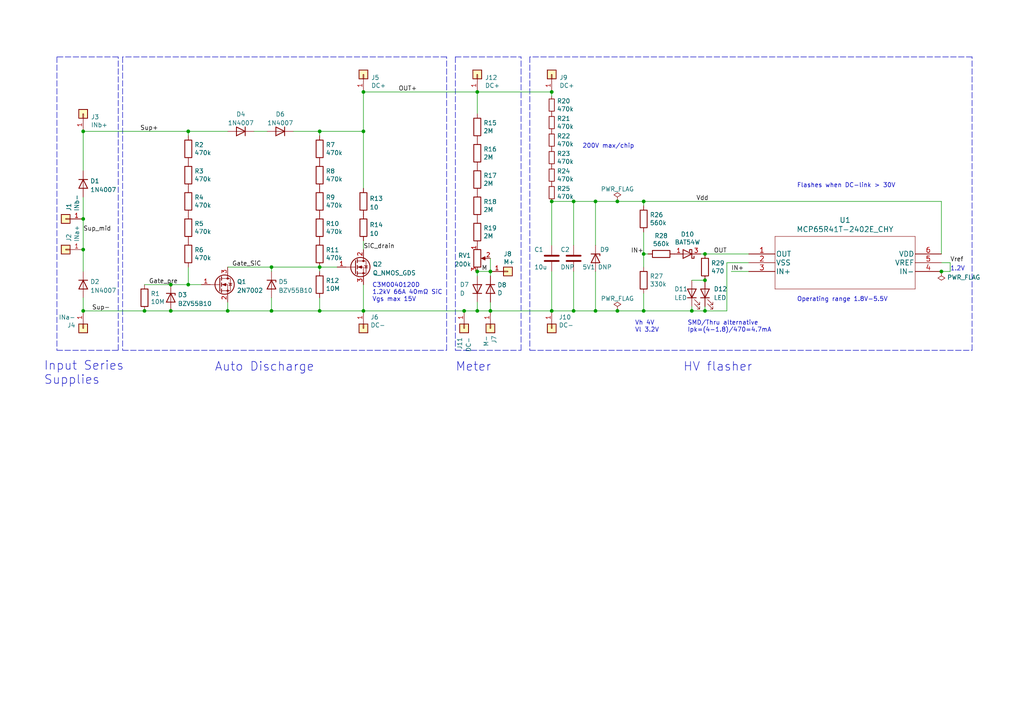
<source format=kicad_sch>
(kicad_sch (version 20211123) (generator eeschema)
  (paper "A4")
  (lib_symbols
    (symbol "Connector_Generic:Conn_01x01" (pin_names (offset 1.016) hide)
      (property "Reference" "J" (at 0 2.54 0))
      (property "Value" "Conn_01x01" (at 0 -2.54 0))
      (symbol "Conn_01x01_1_1"
        (rectangle (start -1.27 0.127) (end 0 -0.127) (stroke (width 0.1524)))
        (rectangle (start -1.27 1.27) (end 1.27 -1.27) (stroke (width 0.254)) (fill (type background)))
        (pin passive line (at -5.08 0 0) (length 3.81) (name "Pin_1") (number "1"))
      )
    )
    (symbol "Device:C" (pin_numbers hide) (pin_names (offset 0.254))
      (property "Reference" "C" (at 0.635 2.54 0))
      (property "Value" "C" (at 0.635 -2.54 0))
      (symbol "C_0_1"
        (polyline (pts (xy -2.032 -0.762) (xy 2.032 -0.762)) (stroke (width 0.508)))
        (polyline (pts (xy -2.032 0.762) (xy 2.032 0.762)) (stroke (width 0.508)))
      )
      (symbol "C_1_1"
        (pin passive line (at 0 3.81 270) (length 2.794) (name "~") (number "1"))
        (pin passive line (at 0 -3.81 90) (length 2.794) (name "~") (number "2"))
      )
    )
    (symbol "Device:D" (pin_numbers hide) (pin_names (offset 1.016) hide)
      (property "Reference" "D" (at 0 2.54 0))
      (property "Value" "D" (at 0 -2.54 0))
      (symbol "D_0_1"
        (polyline (pts (xy -1.27 1.27) (xy -1.27 -1.27)) (stroke (width 0.254)))
        (polyline (pts (xy 1.27 0) (xy -1.27 0)))
        (polyline (pts (xy 1.27 1.27) (xy 1.27 -1.27) (xy -1.27 0) (xy 1.27 1.27)) (stroke (width 0.254)))
      )
      (symbol "D_1_1"
        (pin passive line (at -3.81 0 0) (length 2.54) (name "K") (number "1"))
        (pin passive line (at 3.81 0 180) (length 2.54) (name "A") (number "2"))
      )
    )
    (symbol "Device:D_Zener" (pin_numbers hide) (pin_names (offset 1.016) hide)
      (property "Reference" "D" (at 0 2.54 0))
      (property "Value" "D_Zener" (at 0 -2.54 0))
      (symbol "D_Zener_0_1"
        (polyline (pts (xy 1.27 0) (xy -1.27 0)))
        (polyline (pts (xy -1.27 -1.27) (xy -1.27 1.27) (xy -0.762 1.27)) (stroke (width 0.254)))
        (polyline (pts (xy 1.27 -1.27) (xy 1.27 1.27) (xy -1.27 0) (xy 1.27 -1.27)) (stroke (width 0.254)))
      )
      (symbol "D_Zener_1_1"
        (pin passive line (at -3.81 0 0) (length 2.54) (name "K") (number "1"))
        (pin passive line (at 3.81 0 180) (length 2.54) (name "A") (number "2"))
      )
    )
    (symbol "Device:LED" (pin_numbers hide) (pin_names (offset 1.016) hide)
      (property "Reference" "D" (at 0 2.54 0))
      (property "Value" "LED" (at 0 -2.54 0))
      (symbol "LED_0_1"
        (polyline (pts (xy -1.27 -1.27) (xy -1.27 1.27)) (stroke (width 0.254)))
        (polyline (pts (xy -1.27 0) (xy 1.27 0)))
        (polyline (pts (xy 1.27 -1.27) (xy 1.27 1.27) (xy -1.27 0) (xy 1.27 -1.27)) (stroke (width 0.254)))
        (polyline (pts (xy -3.048 -0.762) (xy -4.572 -2.286) (xy -3.81 -2.286) (xy -4.572 -2.286) (xy -4.572 -1.524)))
        (polyline (pts (xy -1.778 -0.762) (xy -3.302 -2.286) (xy -2.54 -2.286) (xy -3.302 -2.286) (xy -3.302 -1.524)))
      )
      (symbol "LED_1_1"
        (pin passive line (at -3.81 0 0) (length 2.54) (name "K") (number "1"))
        (pin passive line (at 3.81 0 180) (length 2.54) (name "A") (number "2"))
      )
    )
    (symbol "Device:Q_NMOS_GDS" (pin_names (offset 0) hide)
      (property "Reference" "Q" (at 5.08 1.27 0))
      (property "Value" "Q_NMOS_GDS" (at 5.08 -1.27 0))
      (symbol "Q_NMOS_GDS_0_1"
        (polyline (pts (xy 0.254 0) (xy -2.54 0)))
        (polyline (pts (xy 0.254 1.905) (xy 0.254 -1.905)) (stroke (width 0.254)))
        (polyline (pts (xy 0.762 -1.27) (xy 0.762 -2.286)) (stroke (width 0.254)))
        (polyline (pts (xy 0.762 0.508) (xy 0.762 -0.508)) (stroke (width 0.254)))
        (polyline (pts (xy 0.762 2.286) (xy 0.762 1.27)) (stroke (width 0.254)))
        (polyline (pts (xy 2.54 2.54) (xy 2.54 1.778)))
        (polyline (pts (xy 2.54 -2.54) (xy 2.54 0) (xy 0.762 0)))
        (polyline (pts (xy 0.762 -1.778) (xy 3.302 -1.778) (xy 3.302 1.778) (xy 0.762 1.778)))
        (polyline (pts (xy 1.016 0) (xy 2.032 0.381) (xy 2.032 -0.381) (xy 1.016 0)) (fill (type outline)))
        (polyline (pts (xy 2.794 0.508) (xy 2.921 0.381) (xy 3.683 0.381) (xy 3.81 0.254)))
        (polyline (pts (xy 3.302 0.381) (xy 2.921 -0.254) (xy 3.683 -0.254) (xy 3.302 0.381)))
        (circle (center 1.651 0) (radius 2.794) (stroke (width 0.254)))
        (circle (center 2.54 -1.778) (radius 0.254) (fill (type outline)))
        (circle (center 2.54 1.778) (radius 0.254) (fill (type outline)))
      )
      (symbol "Q_NMOS_GDS_1_1"
        (pin input line (at -5.08 0 0) (length 2.54) (name "G") (number "1"))
        (pin passive line (at 2.54 5.08 270) (length 2.54) (name "D") (number "2"))
        (pin passive line (at 2.54 -5.08 90) (length 2.54) (name "S") (number "3"))
      )
    )
    (symbol "Device:R" (pin_numbers hide) (pin_names (offset 0))
      (property "Reference" "R" (at 2.032 0 90))
      (property "Value" "R" (at 0 0 90))
      (symbol "R_0_1"
        (rectangle (start -1.016 -2.54) (end 1.016 2.54) (stroke (width 0.254)))
      )
      (symbol "R_1_1"
        (pin passive line (at 0 3.81 270) (length 1.27) (name "~") (number "1"))
        (pin passive line (at 0 -3.81 90) (length 1.27) (name "~") (number "2"))
      )
    )
    (symbol "Device:R_Potentiometer" (pin_names (offset 1.016) hide)
      (property "Reference" "RV" (at -4.445 0 90))
      (property "Value" "R_Potentiometer" (at -2.54 0 90))
      (symbol "R_Potentiometer_0_1"
        (polyline (pts (xy 2.54 0) (xy 1.524 0)))
        (polyline (pts (xy 1.143 0) (xy 2.286 0.508) (xy 2.286 -0.508) (xy 1.143 0)) (fill (type outline)))
        (rectangle (start 1.016 2.54) (end -1.016 -2.54) (stroke (width 0.254)))
      )
      (symbol "R_Potentiometer_1_1"
        (pin passive line (at 0 3.81 270) (length 1.27) (name "1") (number "1"))
        (pin passive line (at 3.81 0 180) (length 1.27) (name "2") (number "2"))
        (pin passive line (at 0 -3.81 90) (length 1.27) (name "3") (number "3"))
      )
    )
    (symbol "Device:R_Small" (pin_numbers hide) (pin_names (offset 0.254) hide)
      (property "Reference" "R" (at 0.762 0.508 0))
      (property "Value" "R_Small" (at 0.762 -1.016 0))
      (symbol "R_Small_0_1"
        (rectangle (start -0.762 1.778) (end 0.762 -1.778) (stroke (width 0.2032)))
      )
      (symbol "R_Small_1_1"
        (pin passive line (at 0 2.54 270) (length 0.762) (name "~") (number "1"))
        (pin passive line (at 0 -2.54 90) (length 0.762) (name "~") (number "2"))
      )
    )
    (symbol "Diode:1N4007" (pin_numbers hide) (pin_names (offset 1.016) hide)
      (property "Reference" "D" (at 0 2.54 0))
      (property "Value" "1N4007" (at 0 -2.54 0))
      (symbol "1N4007_0_1"
        (polyline (pts (xy -1.27 1.27) (xy -1.27 -1.27)) (stroke (width 0.254)))
        (polyline (pts (xy 1.27 0) (xy -1.27 0)))
        (polyline (pts (xy 1.27 1.27) (xy 1.27 -1.27) (xy -1.27 0) (xy 1.27 1.27)) (stroke (width 0.254)))
      )
      (symbol "1N4007_1_1"
        (pin passive line (at -3.81 0 0) (length 2.54) (name "K") (number "1"))
        (pin passive line (at 3.81 0 180) (length 2.54) (name "A") (number "2"))
      )
    )
    (symbol "Diode:BAT54W" (pin_names (offset 1.016) hide)
      (property "Reference" "D" (at 0 2.54 0))
      (property "Value" "BAT54W" (at 0 -2.54 0))
      (symbol "BAT54W_0_1"
        (polyline (pts (xy 1.27 0) (xy -1.27 0)))
        (polyline (pts (xy 1.27 1.27) (xy 1.27 -1.27) (xy -1.27 0) (xy 1.27 1.27)) (stroke (width 0.254)))
        (polyline (pts (xy -1.905 0.635) (xy -1.905 1.27) (xy -1.27 1.27) (xy -1.27 -1.27) (xy -0.635 -1.27) (xy -0.635 -0.635)) (stroke (width 0.254)))
      )
      (symbol "BAT54W_1_1"
        (pin passive line (at 3.81 0 180) (length 2.54) (name "A") (number "1"))
        (pin no_connect line (at 0 0 90) (length 2.54) hide (name "NC") (number "2"))
        (pin passive line (at -3.81 0 0) (length 2.54) (name "K") (number "3"))
      )
    )
    (symbol "Diode:BZV55B10" (pin_numbers hide) (pin_names (offset 1.016) hide)
      (property "Reference" "D" (at 0 2.54 0))
      (property "Value" "BZV55B10" (at 0 -2.54 0))
      (symbol "BZV55B10_0_1"
        (polyline (pts (xy 1.27 0) (xy -1.27 0)))
        (polyline (pts (xy -1.27 -1.27) (xy -1.27 1.27) (xy -0.762 1.27)) (stroke (width 0.254)))
        (polyline (pts (xy 1.27 -1.27) (xy 1.27 1.27) (xy -1.27 0) (xy 1.27 -1.27)) (stroke (width 0.254)))
      )
      (symbol "BZV55B10_1_1"
        (pin passive line (at -3.81 0 0) (length 2.54) (name "K") (number "1"))
        (pin passive line (at 3.81 0 180) (length 2.54) (name "A") (number "2"))
      )
    )
    (symbol "MCP65R41T-2402E:MCP65R41T-2402E_CHY" (pin_names (offset 0.254))
      (property "Reference" "U" (at 27.94 10.16 0))
      (property "Value" "MCP65R41T-2402E_CHY" (at 27.94 7.62 0))
      (symbol "MCP65R41T-2402E_CHY_1_1"
        (polyline (pts (xy 7.62 -10.16) (xy 48.26 -10.16)) (stroke (width 0.127)))
        (polyline (pts (xy 7.62 5.08) (xy 7.62 -10.16)) (stroke (width 0.127)))
        (polyline (pts (xy 48.26 -10.16) (xy 48.26 5.08)) (stroke (width 0.127)))
        (polyline (pts (xy 48.26 5.08) (xy 7.62 5.08)) (stroke (width 0.127)))
        (pin output line (at 0 0 0) (length 7.62) (name "OUT") (number "1"))
        (pin power_in line (at 0 -2.54 0) (length 7.62) (name "VSS") (number "2"))
        (pin input line (at 0 -5.08 0) (length 7.62) (name "IN+") (number "3"))
        (pin input line (at 55.88 -5.08 180) (length 7.62) (name "IN-") (number "4"))
        (pin power_in line (at 55.88 -2.54 180) (length 7.62) (name "VREF") (number "5"))
        (pin power_in line (at 55.88 0 180) (length 7.62) (name "VDD") (number "6"))
      )
    )
    (symbol "Transistor_FET:2N7002" (pin_names hide)
      (property "Reference" "Q" (at 5.08 1.905 0))
      (property "Value" "2N7002" (at 5.08 0 0))
      (symbol "2N7002_0_1"
        (polyline (pts (xy 0.254 0) (xy -2.54 0)))
        (polyline (pts (xy 0.254 1.905) (xy 0.254 -1.905)) (stroke (width 0.254)))
        (polyline (pts (xy 0.762 -1.27) (xy 0.762 -2.286)) (stroke (width 0.254)))
        (polyline (pts (xy 0.762 0.508) (xy 0.762 -0.508)) (stroke (width 0.254)))
        (polyline (pts (xy 0.762 2.286) (xy 0.762 1.27)) (stroke (width 0.254)))
        (polyline (pts (xy 2.54 2.54) (xy 2.54 1.778)))
        (polyline (pts (xy 2.54 -2.54) (xy 2.54 0) (xy 0.762 0)))
        (polyline (pts (xy 0.762 -1.778) (xy 3.302 -1.778) (xy 3.302 1.778) (xy 0.762 1.778)))
        (polyline (pts (xy 1.016 0) (xy 2.032 0.381) (xy 2.032 -0.381) (xy 1.016 0)) (fill (type outline)))
        (polyline (pts (xy 2.794 0.508) (xy 2.921 0.381) (xy 3.683 0.381) (xy 3.81 0.254)))
        (polyline (pts (xy 3.302 0.381) (xy 2.921 -0.254) (xy 3.683 -0.254) (xy 3.302 0.381)))
        (circle (center 1.651 0) (radius 2.794) (stroke (width 0.254)))
        (circle (center 2.54 -1.778) (radius 0.254) (fill (type outline)))
        (circle (center 2.54 1.778) (radius 0.254) (fill (type outline)))
      )
      (symbol "2N7002_1_1"
        (pin input line (at -5.08 0 0) (length 2.54) (name "G") (number "1"))
        (pin passive line (at 2.54 -5.08 90) (length 2.54) (name "S") (number "2"))
        (pin passive line (at 2.54 5.08 270) (length 2.54) (name "D") (number "3"))
      )
    )
    (symbol "power:PWR_FLAG" (power) (pin_numbers hide) (pin_names (offset 0) hide)
      (property "Value" "PWR_FLAG" (at 0 3.81 0))
      (symbol "PWR_FLAG_0_0"
        (pin power_out line (at 0 0 90) (length 0) (name "pwr") (number "1"))
      )
      (symbol "PWR_FLAG_0_1"
        (polyline (pts (xy 0 0) (xy 0 1.27) (xy -1.016 1.905) (xy 0 2.54) (xy 1.016 1.905) (xy 0 1.27)))
      )
    )
  )
  (junction (at 24.13 90.17))
  (junction (at 105.41 26.67))
  (junction (at 54.61 82.55))
  (junction (at 186.69 90.17))
  (junction (at 179.07 90.17))
  (junction (at 186.69 73.66))
  (junction (at 204.47 90.17))
  (junction (at 24.13 38.1))
  (junction (at 92.71 38.1))
  (junction (at 160.02 58.42))
  (junction (at 105.41 90.17))
  (junction (at 49.53 82.55))
  (junction (at 204.47 81.28))
  (junction (at 92.71 77.47))
  (junction (at 186.69 58.42))
  (junction (at 66.04 90.17))
  (junction (at 172.72 90.17))
  (junction (at 204.47 73.66))
  (junction (at 78.74 77.47))
  (junction (at 138.43 26.67))
  (junction (at 142.24 78.74))
  (junction (at 138.43 90.17))
  (junction (at 166.37 90.17))
  (junction (at 105.41 38.1))
  (junction (at 78.74 90.17))
  (junction (at 200.66 90.17))
  (junction (at 49.53 90.17))
  (junction (at 179.07 58.42))
  (junction (at 138.43 78.74))
  (junction (at 41.91 90.17))
  (junction (at 92.71 90.17))
  (junction (at 24.13 63.5))
  (junction (at 142.24 90.17))
  (junction (at 134.62 90.17))
  (junction (at 166.37 58.42))
  (junction (at 172.72 58.42))
  (junction (at 160.02 90.17))
  (junction (at 273.05 78.74))
  (junction (at 160.02 26.67))
  (junction (at 54.61 38.1))
  (junction (at 24.13 72.39))
  (wire (pts (xy 186.69 59.69) (xy 186.69 58.42)))
  (wire (pts (xy 105.41 82.55) (xy 105.41 90.17)))
  (wire (pts (xy 92.71 77.47) (xy 97.79 77.47)))
  (polyline (pts (xy 151.13 101.6) (xy 151.13 16.51)))
  (wire (pts (xy 187.96 73.66) (xy 186.69 73.66)))
  (wire (pts (xy 73.66 38.1) (xy 77.47 38.1)))
  (wire (pts (xy 166.37 78.74) (xy 166.37 90.17)))
  (wire (pts (xy 92.71 38.1) (xy 92.71 39.37)))
  (wire (pts (xy 78.74 86.36) (xy 78.74 90.17)))
  (wire (pts (xy 210.82 90.17) (xy 204.47 90.17)))
  (wire (pts (xy 160.02 90.17) (xy 166.37 90.17)))
  (wire (pts (xy 273.05 76.2) (xy 275.59 76.2)))
  (polyline (pts (xy 34.29 16.51) (xy 16.51 16.51)))
  (polyline (pts (xy 153.67 101.6) (xy 281.94 101.6)))
  (wire (pts (xy 186.69 85.09) (xy 186.69 90.17)))
  (polyline (pts (xy 129.54 101.6) (xy 129.54 16.51)))
  (wire (pts (xy 24.13 63.5) (xy 24.13 72.39)))
  (wire (pts (xy 275.59 76.2) (xy 275.59 78.74)))
  (wire (pts (xy 78.74 77.47) (xy 78.74 78.74)))
  (wire (pts (xy 166.37 90.17) (xy 172.72 90.17)))
  (wire (pts (xy 142.24 78.74) (xy 138.43 78.74)))
  (wire (pts (xy 142.24 90.17) (xy 160.02 90.17)))
  (wire (pts (xy 105.41 90.17) (xy 134.62 90.17)))
  (wire (pts (xy 166.37 58.42) (xy 172.72 58.42)))
  (polyline (pts (xy 16.51 101.6) (xy 34.29 101.6)))
  (polyline (pts (xy 129.54 16.51) (xy 35.56 16.51)))
  (wire (pts (xy 186.69 90.17) (xy 200.66 90.17)))
  (wire (pts (xy 105.41 54.61) (xy 105.41 38.1)))
  (wire (pts (xy 92.71 77.47) (xy 92.71 78.74)))
  (wire (pts (xy 24.13 38.1) (xy 24.13 49.53)))
  (wire (pts (xy 24.13 72.39) (xy 24.13 78.74)))
  (wire (pts (xy 54.61 77.47) (xy 54.61 82.55)))
  (wire (pts (xy 92.71 90.17) (xy 78.74 90.17)))
  (wire (pts (xy 134.62 90.17) (xy 138.43 90.17)))
  (wire (pts (xy 172.72 90.17) (xy 179.07 90.17)))
  (wire (pts (xy 217.17 73.66) (xy 204.47 73.66)))
  (polyline (pts (xy 16.51 16.51) (xy 16.51 101.6)))
  (wire (pts (xy 54.61 38.1) (xy 66.04 38.1)))
  (polyline (pts (xy 132.08 16.51) (xy 132.08 101.6)))
  (polyline (pts (xy 281.94 16.51) (xy 153.67 16.51)))
  (wire (pts (xy 105.41 90.17) (xy 92.71 90.17)))
  (wire (pts (xy 210.82 76.2) (xy 210.82 90.17)))
  (wire (pts (xy 166.37 71.12) (xy 166.37 58.42)))
  (polyline (pts (xy 132.08 16.51) (xy 151.13 16.51)))
  (wire (pts (xy 41.91 82.55) (xy 49.53 82.55)))
  (wire (pts (xy 41.91 90.17) (xy 24.13 90.17)))
  (wire (pts (xy 172.72 58.42) (xy 179.07 58.42)))
  (wire (pts (xy 179.07 90.17) (xy 186.69 90.17)))
  (polyline (pts (xy 153.67 16.51) (xy 153.67 101.6)))
  (wire (pts (xy 142.24 74.93) (xy 142.24 78.74)))
  (wire (pts (xy 138.43 26.67) (xy 160.02 26.67)))
  (wire (pts (xy 138.43 90.17) (xy 142.24 90.17)))
  (wire (pts (xy 217.17 76.2) (xy 210.82 76.2)))
  (wire (pts (xy 138.43 26.67) (xy 138.43 33.02)))
  (wire (pts (xy 204.47 90.17) (xy 204.47 88.9)))
  (wire (pts (xy 78.74 90.17) (xy 66.04 90.17)))
  (wire (pts (xy 273.05 73.66) (xy 273.05 58.42)))
  (wire (pts (xy 92.71 38.1) (xy 85.09 38.1)))
  (wire (pts (xy 200.66 81.28) (xy 204.47 81.28)))
  (wire (pts (xy 138.43 80.01) (xy 138.43 78.74)))
  (wire (pts (xy 160.02 78.74) (xy 160.02 90.17)))
  (polyline (pts (xy 35.56 16.51) (xy 35.56 101.6)))
  (wire (pts (xy 203.2 73.66) (xy 204.47 73.66)))
  (wire (pts (xy 179.07 58.42) (xy 186.69 58.42)))
  (polyline (pts (xy 281.94 101.6) (xy 281.94 16.51)))
  (wire (pts (xy 172.72 71.12) (xy 172.72 58.42)))
  (wire (pts (xy 138.43 87.63) (xy 138.43 90.17)))
  (wire (pts (xy 186.69 58.42) (xy 273.05 58.42)))
  (wire (pts (xy 160.02 71.12) (xy 160.02 58.42)))
  (wire (pts (xy 54.61 39.37) (xy 54.61 38.1)))
  (wire (pts (xy 275.59 78.74) (xy 273.05 78.74)))
  (wire (pts (xy 24.13 57.15) (xy 24.13 63.5)))
  (wire (pts (xy 172.72 78.74) (xy 172.72 90.17)))
  (wire (pts (xy 200.66 90.17) (xy 204.47 90.17)))
  (wire (pts (xy 217.17 78.74) (xy 212.09 78.74)))
  (polyline (pts (xy 35.56 101.6) (xy 129.54 101.6)))
  (wire (pts (xy 105.41 26.67) (xy 105.41 38.1)))
  (wire (pts (xy 54.61 38.1) (xy 24.13 38.1)))
  (wire (pts (xy 66.04 77.47) (xy 78.74 77.47)))
  (wire (pts (xy 186.69 73.66) (xy 186.69 77.47)))
  (wire (pts (xy 54.61 82.55) (xy 58.42 82.55)))
  (wire (pts (xy 105.41 38.1) (xy 92.71 38.1)))
  (wire (pts (xy 92.71 86.36) (xy 92.71 90.17)))
  (wire (pts (xy 142.24 87.63) (xy 142.24 90.17)))
  (wire (pts (xy 160.02 26.67) (xy 160.02 27.94)))
  (wire (pts (xy 105.41 69.85) (xy 105.41 72.39)))
  (wire (pts (xy 24.13 86.36) (xy 24.13 90.17)))
  (wire (pts (xy 105.41 26.67) (xy 138.43 26.67)))
  (wire (pts (xy 160.02 58.42) (xy 166.37 58.42)))
  (wire (pts (xy 49.53 90.17) (xy 66.04 90.17)))
  (wire (pts (xy 200.66 88.9) (xy 200.66 90.17)))
  (polyline (pts (xy 34.29 101.6) (xy 34.29 16.51)))
  (wire (pts (xy 49.53 82.55) (xy 54.61 82.55)))
  (wire (pts (xy 78.74 77.47) (xy 92.71 77.47)))
  (polyline (pts (xy 132.08 101.6) (xy 151.13 101.6)))
  (wire (pts (xy 41.91 90.17) (xy 49.53 90.17)))
  (wire (pts (xy 66.04 90.17) (xy 66.04 87.63)))
  (wire (pts (xy 186.69 67.31) (xy 186.69 73.66)))
  (wire (pts (xy 142.24 80.01) (xy 142.24 78.74)))
  (text "Input Series\nSupplies" (at 12.7 111.76 0) (effects (font (size 2.54 2.54)) (justify left bottom)))
  (text "1.2V" (at 275.59 78.74 0) (effects (font (size 1.27 1.27)) (justify left bottom)))
  (text "Meter" (at 132.08 107.95 0) (effects (font (size 2.54 2.54)) (justify left bottom)))
  (text "Flashes when DC-link > 30V" (at 231.14 54.61 0) (effects (font (size 1.27 1.27)) (justify left bottom)))
  (text "SMD/Thru alternative\nIpk=(4-1.8)/470=4.7mA" (at 199.39 96.52 0) (effects (font (size 1.27 1.27)) (justify left bottom)))
  (text "C3M0040120D \n1.2kV 66A 40mΩ SiC\nVgs max 15V" (at 107.95 87.63 0) (effects (font (size 1.27 1.27)) (justify left bottom)))
  (text "HV flasher" (at 198.12 107.95 0) (effects (font (size 2.54 2.54)) (justify left bottom)))
  (text "Auto Discharge" (at 62.23 107.95 0) (effects (font (size 2.54 2.54)) (justify left bottom)))
  (text "Operating range 1.8V-5.5V" (at 231.14 87.63 0) (effects (font (size 1.27 1.27)) (justify left bottom)))
  (text "Vh 4V\nVl 3.2V" (at 184.15 96.52 0) (effects (font (size 1.27 1.27)) (justify left bottom)))
  (text "200V max/chip" (at 168.91 43.18 0) (effects (font (size 1.27 1.27)) (justify left bottom)))
  (label "Gate_pre" (at 43.18 82.55 0))
  (label "OUT" (at 207.01 73.66 0))
  (label "Gate_SiC" (at 67.31 77.47 0))
  (label "OUT+" (at 115.57 26.67 0))
  (label "Vref" (at 275.59 76.2 0))
  (label "M" (at 139.7 78.74 0))
  (label "IN+" (at 186.69 73.66 180))
  (label "Sup-" (at 26.67 90.17 0))
  (label "IN+" (at 212.09 78.74 0))
  (label "SiC_drain" (at 105.41 72.39 0))
  (label "Sup_mid" (at 24.13 67.31 0))
  (label "Vdd" (at 201.93 58.42 0))
  (label "Sup+" (at 40.64 38.1 0))
  (symbol (lib_id "Device:R") (at 138.43 67.31 0) (unit 1)
    (property "Reference" "R19" (at 140.208 66.1416 0) (effects (justify left)))
    (property "Value" "2M" (at 140.208 68.453 0) (effects (justify left)))
    (property "Footprint" "Resistor_SMD:R_0805_2012Metric_Pad1.20x1.40mm_HandSolder" (effects hide))
  )
  (symbol (lib_id "Device:R") (at 138.43 59.69 0) (unit 1)
    (property "Reference" "R18" (at 140.208 58.5216 0) (effects (justify left)))
    (property "Value" "2M" (at 140.208 60.833 0) (effects (justify left)))
    (property "Footprint" "Resistor_SMD:R_0805_2012Metric_Pad1.20x1.40mm_HandSolder" (effects hide))
  )
  (symbol (lib_id "Device:R") (at 138.43 52.07 0) (unit 1)
    (property "Reference" "R17" (at 140.208 50.9016 0) (effects (justify left)))
    (property "Value" "2M" (at 140.208 53.213 0) (effects (justify left)))
    (property "Footprint" "Resistor_SMD:R_0805_2012Metric_Pad1.20x1.40mm_HandSolder" (effects hide))
  )
  (symbol (lib_id "Device:R") (at 138.43 44.45 0) (unit 1)
    (property "Reference" "R16" (at 140.208 43.2816 0) (effects (justify left)))
    (property "Value" "2M" (at 140.208 45.593 0) (effects (justify left)))
    (property "Footprint" "Resistor_SMD:R_0805_2012Metric_Pad1.20x1.40mm_HandSolder" (effects hide))
  )
  (symbol (lib_id "Device:R") (at 138.43 36.83 0) (unit 1)
    (property "Reference" "R15" (at 140.208 35.6616 0) (effects (justify left)))
    (property "Value" "2M" (at 140.208 37.973 0) (effects (justify left)))
    (property "Footprint" "Resistor_SMD:R_0805_2012Metric_Pad1.20x1.40mm_HandSolder" (effects hide))
  )
  (symbol (lib_id "Device:D") (at 142.24 83.82 270) (unit 1)
    (property "Reference" "D8" (at 144.2466 82.6516 90) (effects (justify left)))
    (property "Value" "D" (at 144.2466 84.963 90) (effects (justify left)))
    (property "Footprint" "Diode_SMD:D_MiniMELF" (effects hide))
  )
  (symbol (lib_id "Device:D") (at 138.43 83.82 270) (mirror x) (unit 1)
    (property "Reference" "D7" (at 133.35 82.55 90) (effects (justify left)))
    (property "Value" "D" (at 133.35 85.09 90) (effects (justify left)))
    (property "Footprint" "Diode_SMD:D_MiniMELF" (effects hide))
  )
  (symbol (lib_id "Connector_Generic:Conn_01x01") (at 142.24 95.25 270) (unit 1)
    (property "Reference" "J7" (at 143.3068 97.282 0) (effects (justify left)))
    (property "Value" "M-" (at 140.9954 97.282 0) (effects (justify left)))
    (property "Footprint" "TestPoint:TestPoint_THTPad_D2.5mm_Drill1.2mm" (effects hide))
  )
  (symbol (lib_id "Connector_Generic:Conn_01x01") (at 147.32 78.74 0) (unit 1)
    (property "Reference" "J8" (at 146.05 73.66 0) (effects (justify left)))
    (property "Value" "M+" (at 146.05 75.9714 0) (effects (justify left)))
    (property "Footprint" "TestPoint:TestPoint_THTPad_D2.5mm_Drill1.2mm" (effects hide))
  )
  (symbol (lib_id "Device:LED") (at 204.47 85.09 90) (unit 1)
    (property "Reference" "D12" (at 207.01 83.82 90) (effects (justify right)))
    (property "Value" "LED" (at 207.01 86.36 90) (effects (justify right)))
    (property "Footprint" "LED_THT:LED_D5.0mm" (effects hide))
  )
  (symbol (lib_id "Device:R_Small") (at 160.02 55.88 0) (unit 1)
    (property "Reference" "R25" (at 161.5186 54.7116 0) (effects (justify left)))
    (property "Value" "470k" (at 161.5186 57.023 0) (effects (justify left)))
    (property "Footprint" "Resistor_SMD:R_0805_2012Metric_Pad1.20x1.40mm_HandSolder" (effects hide))
  )
  (symbol (lib_id "Device:R_Small") (at 160.02 50.8 0) (unit 1)
    (property "Reference" "R24" (at 161.5186 49.6316 0) (effects (justify left)))
    (property "Value" "470k" (at 161.5186 51.943 0) (effects (justify left)))
    (property "Footprint" "Resistor_SMD:R_0805_2012Metric_Pad1.20x1.40mm_HandSolder" (effects hide))
  )
  (symbol (lib_id "Device:R_Small") (at 160.02 45.72 0) (unit 1)
    (property "Reference" "R23" (at 161.5186 44.5516 0) (effects (justify left)))
    (property "Value" "470k" (at 161.5186 46.863 0) (effects (justify left)))
    (property "Footprint" "Resistor_SMD:R_0805_2012Metric_Pad1.20x1.40mm_HandSolder" (effects hide))
  )
  (symbol (lib_id "Device:R_Small") (at 160.02 40.64 0) (unit 1)
    (property "Reference" "R22" (at 161.5186 39.4716 0) (effects (justify left)))
    (property "Value" "470k" (at 161.5186 41.783 0) (effects (justify left)))
    (property "Footprint" "Resistor_SMD:R_0805_2012Metric_Pad1.20x1.40mm_HandSolder" (effects hide))
  )
  (symbol (lib_id "Device:R_Small") (at 160.02 35.56 0) (unit 1)
    (property "Reference" "R21" (at 161.5186 34.3916 0) (effects (justify left)))
    (property "Value" "470k" (at 161.5186 36.703 0) (effects (justify left)))
    (property "Footprint" "Resistor_SMD:R_0805_2012Metric_Pad1.20x1.40mm_HandSolder" (effects hide))
  )
  (symbol (lib_id "Device:R_Small") (at 160.02 30.48 0) (unit 1)
    (property "Reference" "R20" (at 161.5186 29.3116 0) (effects (justify left)))
    (property "Value" "470k" (at 161.5186 31.623 0) (effects (justify left)))
    (property "Footprint" "Resistor_SMD:R_0805_2012Metric_Pad1.20x1.40mm_HandSolder" (effects hide))
  )
  (symbol (lib_id "Connector_Generic:Conn_01x01") (at 160.02 21.59 90) (unit 1)
    (property "Reference" "J9" (at 162.2552 22.5044 90) (effects (justify right)))
    (property "Value" "DC+" (at 162.2552 24.8158 90) (effects (justify right)))
    (property "Footprint" "TestPoint:TestPoint_THTPad_D2.5mm_Drill1.2mm" (effects hide))
  )
  (symbol (lib_id "Diode:BAT54W") (at 199.39 73.66 180) (unit 1)
    (property "Reference" "D10" (at 199.39 67.945 0))
    (property "Value" "BAT54W" (at 199.39 70.2564 0))
    (property "Footprint" "Package_TO_SOT_SMD:SOT-23" (effects hide))
    (property "Datasheet" "https://assets.nexperia.com/documents/data-sheet/BAT54W_SER.pdf" (effects hide))
  )
  (symbol (lib_id "Device:R") (at 204.47 77.47 0) (unit 1)
    (property "Reference" "R29" (at 206.248 76.3016 0) (effects (justify left)))
    (property "Value" "470" (at 206.248 78.613 0) (effects (justify left)))
    (property "Footprint" "Resistor_SMD:R_0805_2012Metric_Pad1.20x1.40mm_HandSolder" (effects hide))
  )
  (symbol (lib_id "Device:R") (at 191.77 73.66 270) (unit 1)
    (property "Reference" "R28" (at 191.77 68.4022 90))
    (property "Value" "560k" (at 191.77 70.7136 90))
    (property "Footprint" "Resistor_SMD:R_0805_2012Metric_Pad1.20x1.40mm_HandSolder" (effects hide))
  )
  (symbol (lib_id "Device:R") (at 186.69 81.28 180) (unit 1)
    (property "Reference" "R27" (at 188.468 80.1116 0) (effects (justify right)))
    (property "Value" "330k" (at 188.468 82.423 0) (effects (justify right)))
    (property "Footprint" "Resistor_SMD:R_0805_2012Metric_Pad1.20x1.40mm_HandSolder" (effects hide))
  )
  (symbol (lib_id "Device:R") (at 186.69 63.5 180) (unit 1)
    (property "Reference" "R26" (at 188.468 62.3316 0) (effects (justify right)))
    (property "Value" "560k" (at 188.468 64.643 0) (effects (justify right)))
    (property "Footprint" "Resistor_SMD:R_0805_2012Metric_Pad1.20x1.40mm_HandSolder" (effects hide))
  )
  (symbol (lib_id "Device:D_Zener") (at 172.72 74.93 270) (unit 1)
    (property "Reference" "D9" (at 173.99 72.39 90) (effects (justify left)))
    (property "Value" "5V1 DNP" (at 168.91 77.47 90) (effects (justify left)))
    (property "Footprint" "Diode_SMD:D_MiniMELF" (effects hide))
  )
  (symbol (lib_id "Device:LED") (at 200.66 85.09 90) (unit 1)
    (property "Reference" "D11" (at 195.58 83.82 90) (effects (justify right)))
    (property "Value" "LED" (at 195.58 86.36 90) (effects (justify right)))
    (property "Footprint" "LED_SMD:LED_0805_2012Metric_Pad1.15x1.40mm_HandSolder" (effects hide))
  )
  (symbol (lib_id "Connector_Generic:Conn_01x01") (at 160.02 95.25 270) (unit 1)
    (property "Reference" "J10" (at 162.052 91.9988 90) (effects (justify left)))
    (property "Value" "DC-" (at 162.052 94.3102 90) (effects (justify left)))
    (property "Footprint" "TestPoint:TestPoint_THTPad_D2.5mm_Drill1.2mm" (effects hide))
  )
  (symbol (lib_id "Device:C") (at 166.37 74.93 0) (unit 1)
    (property "Reference" "C2" (at 162.56 72.39 0) (effects (justify left)))
    (property "Value" "DNP" (at 162.56 77.47 0) (effects (justify left)))
    (property "Footprint" "Capacitor_SMD:C_0805_2012Metric_Pad1.18x1.45mm_HandSolder" (effects hide))
  )
  (symbol (lib_id "Device:C") (at 160.02 74.93 0) (unit 1)
    (property "Reference" "C1" (at 154.94 72.39 0) (effects (justify left)))
    (property "Value" "10u" (at 154.94 77.47 0) (effects (justify left)))
    (property "Footprint" "Capacitor_SMD:C_0805_2012Metric_Pad1.18x1.45mm_HandSolder" (effects hide))
  )
  (symbol (lib_id "MCP65R41T-2402E:MCP65R41T-2402E_CHY") (at 217.17 73.66 0) (unit 1)
    (property "Reference" "U1" (at 245.11 63.8302 0) (effects (font (size 1.524 1.524))))
    (property "Value" "MCP65R41T-2402E_CHY" (at 245.11 66.5226 0) (effects (font (size 1.524 1.524))))
    (property "Footprint" "footprints:MCP65R41T-2402E" (effects hide))
  )
  (symbol (lib_id "Transistor_FET:2N7002") (at 63.5 82.55 0) (unit 1)
    (property "Reference" "Q1" (at 68.707 81.7153 0) (effects (justify left)))
    (property "Value" "2N7002" (at 68.707 84.2522 0) (effects (justify left)))
    (property "Footprint" "Package_TO_SOT_SMD:SOT-23" (effects hide))
    (property "Datasheet" "https://www.onsemi.com/pub/Collateral/NDS7002A-D.PDF" (effects hide))
  )
  (symbol (lib_id "Device:Q_NMOS_GDS") (at 102.87 77.47 0) (unit 1)
    (property "Reference" "Q2" (at 108.077 76.6353 0) (effects (justify left)))
    (property "Value" "Q_NMOS_GDS" (at 108.077 79.1722 0) (effects (justify left)))
    (property "Footprint" "Package_TO_SOT_THT:TO-247-3_Vertical" (effects hide))
  )
  (symbol (lib_id "Diode:1N4007") (at 81.28 38.1 180) (unit 1)
    (property "Reference" "D6" (at 81.28 33.1302 0))
    (property "Value" "1N4007" (at 81.28 35.6671 0))
    (property "Footprint" "Diode_THT:D_DO-41_SOD81_P10.16mm_Horizontal" (effects hide))
    (property "Datasheet" "http://www.vishay.com/docs/88503/1n4001.pdf" (effects hide))
  )
  (symbol (lib_id "power:PWR_FLAG") (at 179.07 58.42 0) (unit 1)
    (property "Reference" "#FLG0102" (effects hide))
    (property "Value" "PWR_FLAG" (at 179.07 54.8442 0))
  )
  (symbol (lib_id "Device:R") (at 54.61 43.18 180) (unit 1)
    (property "Reference" "R2" (at 56.388 42.0116 0) (effects (justify right)))
    (property "Value" "470k" (at 56.388 44.323 0) (effects (justify right)))
    (property "Footprint" "Resistor_SMD:R_0805_2012Metric_Pad1.20x1.40mm_HandSolder" (effects hide))
  )
  (symbol (lib_id "Device:R") (at 105.41 58.42 180) (unit 1)
    (property "Reference" "R13" (at 107.188 57.5853 0) (effects (justify right)))
    (property "Value" "10" (at 107.188 60.1222 0) (effects (justify right)))
    (property "Footprint" "footprints:THS2510RJ_special" (effects hide))
  )
  (symbol (lib_id "Connector_Generic:Conn_01x01") (at 19.05 63.5 180) (unit 1)
    (property "Reference" "J1" (at 19.9644 61.2648 90) (effects (justify right)))
    (property "Value" "INb-" (at 22.2758 61.2648 90) (effects (justify right)))
    (property "Footprint" "TestPoint:TestPoint_THTPad_D2.5mm_Drill1.2mm" (effects hide))
  )
  (symbol (lib_id "Diode:BZV55B10") (at 49.53 86.36 270) (unit 1)
    (property "Reference" "D3" (at 51.562 85.5253 90) (effects (justify left)))
    (property "Value" "BZV55B10" (at 51.562 88.0622 90) (effects (justify left)))
    (property "Footprint" "Diode_SMD:D_MiniMELF" (effects hide))
    (property "Datasheet" "https://assets.nexperia.com/documents/data-sheet/BZV55_SER.pdf" (effects hide))
  )
  (symbol (lib_id "Connector_Generic:Conn_01x01") (at 105.41 21.59 90) (unit 1)
    (property "Reference" "J5" (at 107.6452 22.5044 90) (effects (justify right)))
    (property "Value" "DC+" (at 107.6452 24.8158 90) (effects (justify right)))
    (property "Footprint" "TestPoint:TestPoint_THTPad_D2.5mm_Drill1.2mm" (effects hide))
  )
  (symbol (lib_id "Connector_Generic:Conn_01x01") (at 24.13 33.02 90) (unit 1)
    (property "Reference" "J3" (at 26.3652 33.9344 90) (effects (justify right)))
    (property "Value" "INb+" (at 26.3652 36.2458 90) (effects (justify right)))
    (property "Footprint" "TestPoint:TestPoint_THTPad_D2.5mm_Drill1.2mm" (effects hide))
  )
  (symbol (lib_id "power:PWR_FLAG") (at 179.07 90.17 0) (unit 1)
    (property "Reference" "#FLG0101" (effects hide))
    (property "Value" "PWR_FLAG" (at 179.07 86.5942 0))
  )
  (symbol (lib_id "Connector_Generic:Conn_01x01") (at 105.41 95.25 270) (unit 1)
    (property "Reference" "J6" (at 107.442 91.9988 90) (effects (justify left)))
    (property "Value" "DC-" (at 107.442 94.3102 90) (effects (justify left)))
    (property "Footprint" "TestPoint:TestPoint_THTPad_D2.5mm_Drill1.2mm" (effects hide))
  )
  (symbol (lib_id "Connector_Generic:Conn_01x01") (at 134.62 95.25 270) (unit 1)
    (property "Reference" "J11" (at 133.35 97.79 0) (effects (justify left)))
    (property "Value" "DC-" (at 135.89 97.79 0) (effects (justify left)))
    (property "Footprint" "TestPoint:TestPoint_THTPad_D2.5mm_Drill1.2mm" (effects hide))
  )
  (symbol (lib_id "power:PWR_FLAG") (at 273.05 78.74 180) (unit 1)
    (property "Reference" "#FLG0103" (effects hide))
    (property "Value" "PWR_FLAG" (at 274.701 80.4438 0) (effects (justify right)))
  )
  (symbol (lib_id "Device:R") (at 92.71 43.18 180) (unit 1)
    (property "Reference" "R7" (at 94.488 42.0116 0) (effects (justify right)))
    (property "Value" "470k" (at 94.488 44.323 0) (effects (justify right)))
    (property "Footprint" "Resistor_SMD:R_0805_2012Metric_Pad1.20x1.40mm_HandSolder" (effects hide))
  )
  (symbol (lib_id "Device:R_Potentiometer") (at 138.43 74.93 0) (unit 1)
    (property "Reference" "RV1" (at 136.6521 74.0953 0) (effects (justify right)))
    (property "Value" "200k" (at 136.6521 76.6322 0) (effects (justify right)))
    (property "Footprint" "Potentiometer_THT:Potentiometer_Bourns_3266Y_Vertical" (effects hide))
  )
  (symbol (lib_id "Diode:BZV55B10") (at 78.74 82.55 270) (unit 1)
    (property "Reference" "D5" (at 80.772 81.7153 90) (effects (justify left)))
    (property "Value" "BZV55B10" (at 80.772 84.2522 90) (effects (justify left)))
    (property "Footprint" "Diode_SMD:D_MiniMELF" (effects hide))
    (property "Datasheet" "https://assets.nexperia.com/documents/data-sheet/BZV55_SER.pdf" (effects hide))
  )
  (symbol (lib_id "Device:R") (at 92.71 73.66 180) (unit 1)
    (property "Reference" "R11" (at 94.488 72.4916 0) (effects (justify right)))
    (property "Value" "470k" (at 94.488 74.803 0) (effects (justify right)))
    (property "Footprint" "Resistor_SMD:R_0805_2012Metric_Pad1.20x1.40mm_HandSolder" (effects hide))
  )
  (symbol (lib_id "Connector_Generic:Conn_01x01") (at 24.13 95.25 270) (unit 1)
    (property "Reference" "J4" (at 21.8948 94.3356 90) (effects (justify right)))
    (property "Value" "INa-" (at 21.8948 92.0242 90) (effects (justify right)))
    (property "Footprint" "TestPoint:TestPoint_THTPad_D2.5mm_Drill1.2mm" (effects hide))
  )
  (symbol (lib_id "Device:R") (at 92.71 58.42 180) (unit 1)
    (property "Reference" "R9" (at 94.488 57.2516 0) (effects (justify right)))
    (property "Value" "470k" (at 94.488 59.563 0) (effects (justify right)))
    (property "Footprint" "Resistor_SMD:R_0805_2012Metric_Pad1.20x1.40mm_HandSolder" (effects hide))
  )
  (symbol (lib_id "Device:R") (at 54.61 58.42 180) (unit 1)
    (property "Reference" "R4" (at 56.388 57.2516 0) (effects (justify right)))
    (property "Value" "470k" (at 56.388 59.563 0) (effects (justify right)))
    (property "Footprint" "Resistor_SMD:R_0805_2012Metric_Pad1.20x1.40mm_HandSolder" (effects hide))
  )
  (symbol (lib_id "Device:R") (at 54.61 73.66 180) (unit 1)
    (property "Reference" "R6" (at 56.388 72.4916 0) (effects (justify right)))
    (property "Value" "470k" (at 56.388 74.803 0) (effects (justify right)))
    (property "Footprint" "Resistor_SMD:R_0805_2012Metric_Pad1.20x1.40mm_HandSolder" (effects hide))
  )
  (symbol (lib_id "Device:R") (at 105.41 66.04 0) (unit 1)
    (property "Reference" "R14" (at 107.188 65.2053 0) (effects (justify left)))
    (property "Value" "10" (at 107.188 67.7422 0) (effects (justify left)))
    (property "Footprint" "footprints:THS2510RJ_special" (effects hide))
  )
  (symbol (lib_id "Device:R") (at 54.61 66.04 180) (unit 1)
    (property "Reference" "R5" (at 56.388 64.8716 0) (effects (justify right)))
    (property "Value" "470k" (at 56.388 67.183 0) (effects (justify right)))
    (property "Footprint" "Resistor_SMD:R_0805_2012Metric_Pad1.20x1.40mm_HandSolder" (effects hide))
  )
  (symbol (lib_id "Device:R") (at 41.91 86.36 180) (unit 1)
    (property "Reference" "R1" (at 43.688 85.1916 0) (effects (justify right)))
    (property "Value" "10M" (at 43.688 87.503 0) (effects (justify right)))
    (property "Footprint" "Resistor_SMD:R_0805_2012Metric_Pad1.20x1.40mm_HandSolder" (effects hide))
  )
  (symbol (lib_id "Device:R") (at 92.71 66.04 180) (unit 1)
    (property "Reference" "R10" (at 94.488 64.8716 0) (effects (justify right)))
    (property "Value" "470k" (at 94.488 67.183 0) (effects (justify right)))
    (property "Footprint" "Resistor_SMD:R_0805_2012Metric_Pad1.20x1.40mm_HandSolder" (effects hide))
  )
  (symbol (lib_id "Connector_Generic:Conn_01x01") (at 19.05 72.39 180) (unit 1)
    (property "Reference" "J2" (at 19.9644 70.1548 90) (effects (justify right)))
    (property "Value" "INa+" (at 22.2758 70.1548 90) (effects (justify right)))
    (property "Footprint" "TestPoint:TestPoint_THTPad_D2.5mm_Drill1.2mm" (effects hide))
  )
  (symbol (lib_id "Device:R") (at 92.71 50.8 180) (unit 1)
    (property "Reference" "R8" (at 94.488 49.6316 0) (effects (justify right)))
    (property "Value" "470k" (at 94.488 51.943 0) (effects (justify right)))
    (property "Footprint" "Resistor_SMD:R_0805_2012Metric_Pad1.20x1.40mm_HandSolder" (effects hide))
  )
  (symbol (lib_id "Diode:1N4007") (at 69.85 38.1 180) (unit 1)
    (property "Reference" "D4" (at 69.85 33.1302 0))
    (property "Value" "1N4007" (at 69.85 35.6671 0))
    (property "Footprint" "Diode_THT:D_DO-41_SOD81_P10.16mm_Horizontal" (effects hide))
    (property "Datasheet" "http://www.vishay.com/docs/88503/1n4001.pdf" (effects hide))
  )
  (symbol (lib_id "Device:R") (at 92.71 82.55 180) (unit 1)
    (property "Reference" "R12" (at 94.488 81.3816 0) (effects (justify right)))
    (property "Value" "10M" (at 94.488 83.693 0) (effects (justify right)))
    (property "Footprint" "Resistor_SMD:R_0805_2012Metric_Pad1.20x1.40mm_HandSolder" (effects hide))
  )
  (symbol (lib_id "Connector_Generic:Conn_01x01") (at 138.43 21.59 90) (unit 1)
    (property "Reference" "J12" (at 140.6652 22.5044 90) (effects (justify right)))
    (property "Value" "DC+" (at 140.6652 24.8158 90) (effects (justify right)))
    (property "Footprint" "TestPoint:TestPoint_THTPad_D2.5mm_Drill1.2mm" (effects hide))
  )
  (symbol (lib_id "Diode:1N4007") (at 24.13 53.34 270) (unit 1)
    (property "Reference" "D1" (at 26.162 52.5053 90) (effects (justify left)))
    (property "Value" "1N4007" (at 26.162 55.0422 90) (effects (justify left)))
    (property "Footprint" "Diode_THT:D_DO-41_SOD81_P10.16mm_Horizontal" (effects hide))
    (property "Datasheet" "http://www.vishay.com/docs/88503/1n4001.pdf" (effects hide))
  )
  (symbol (lib_id "Diode:1N4007") (at 24.13 82.55 270) (unit 1)
    (property "Reference" "D2" (at 26.162 81.7153 90) (effects (justify left)))
    (property "Value" "1N4007" (at 26.162 84.2522 90) (effects (justify left)))
    (property "Footprint" "Diode_THT:D_DO-41_SOD81_P10.16mm_Horizontal" (effects hide))
    (property "Datasheet" "http://www.vishay.com/docs/88503/1n4001.pdf" (effects hide))
  )
  (symbol (lib_id "Device:R") (at 54.61 50.8 180) (unit 1)
    (property "Reference" "R3" (at 56.388 49.6316 0) (effects (justify right)))
    (property "Value" "470k" (at 56.388 51.943 0) (effects (justify right)))
    (property "Footprint" "Resistor_SMD:R_0805_2012Metric_Pad1.20x1.40mm_HandSolder" (effects hide))
  )
)
</source>
